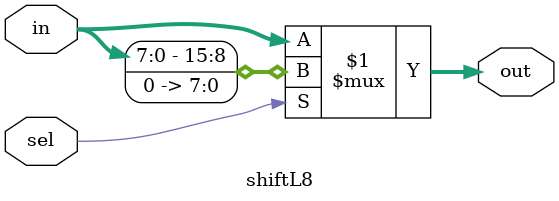
<source format=v>
/*
    CS/ECE 552 FALL '22
    Project Demo 1
    
    This module shifts a 16-bit number by 8 bits to the left, and it outputs the result. 
 */
module shiftL8 (out, in, sel);

  	output [15:0] out; 
    input  [15:0] in;
    input sel;
   
	assign out = (sel ? {in[7:0],8'h00} : in);
		
endmodule

</source>
